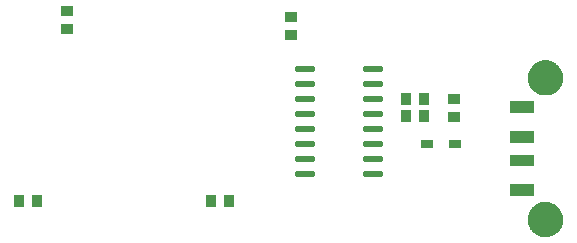
<source format=gtp>
G04 Layer: TopPasteMaskLayer*
G04 EasyEDA v6.5.42, 2024-06-30 20:06:19*
G04 5c971d247c204a0cbf4ce5a758ce79e0,41c0ee39f02341fa96e3cac8100f2332,10*
G04 Gerber Generator version 0.2*
G04 Scale: 100 percent, Rotated: No, Reflected: No *
G04 Dimensions in millimeters *
G04 leading zeros omitted , absolute positions ,4 integer and 5 decimal *
%FSLAX45Y45*%
%MOMM*%

%ADD10R,1.0160X0.9144*%
%ADD11R,0.9144X1.0160*%
%ADD12R,1.0000X0.7500*%
%ADD13O,1.7450054X0.5599938*%

%LPD*%
G36*
X7699400Y4264812D02*
G01*
X7699400Y4164787D01*
X7899400Y4164787D01*
X7899400Y4264812D01*
G37*
G36*
X7699400Y4514799D02*
G01*
X7699400Y4414824D01*
X7899400Y4414824D01*
X7899400Y4514799D01*
G37*
G36*
X7699400Y3814826D02*
G01*
X7699400Y3714800D01*
X7899400Y3714800D01*
X7899400Y3814826D01*
G37*
G36*
X7699400Y4064812D02*
G01*
X7699400Y3964787D01*
X7899400Y3964787D01*
X7899400Y4064812D01*
G37*
G36*
X7999374Y3664813D02*
G01*
X7989316Y3664458D01*
X7979257Y3663442D01*
X7969300Y3661765D01*
X7957007Y3658717D01*
X7947456Y3655517D01*
X7938058Y3651707D01*
X7933486Y3649573D01*
X7926781Y3646068D01*
X7920228Y3642207D01*
X7911846Y3636619D01*
X7901889Y3628796D01*
X7894472Y3621989D01*
X7889189Y3616553D01*
X7885836Y3612794D01*
X7877962Y3602888D01*
X7872323Y3594506D01*
X7867243Y3585768D01*
X7862773Y3576675D01*
X7860741Y3572052D01*
X7856423Y3560165D01*
X7853121Y3548024D01*
X7851648Y3540556D01*
X7849971Y3528060D01*
X7849616Y3523030D01*
X7849412Y3512921D01*
X7849870Y3502812D01*
X7851038Y3492754D01*
X7852308Y3485286D01*
X7854645Y3475482D01*
X7856829Y3468217D01*
X7861249Y3456381D01*
X7865465Y3447186D01*
X7870342Y3438347D01*
X7875778Y3429812D01*
X7881772Y3421684D01*
X7884972Y3417773D01*
X7893558Y3408527D01*
X7899044Y3403295D01*
X7906816Y3396792D01*
X7917027Y3389426D01*
X7925663Y3384143D01*
X7932369Y3380587D01*
X7939227Y3377387D01*
X7946237Y3374542D01*
X7953400Y3372002D01*
X7963103Y3369259D01*
X7973009Y3367125D01*
X7985506Y3365449D01*
X7990535Y3365042D01*
X7998155Y3364788D01*
X8008213Y3365042D01*
X8020812Y3366312D01*
X8033207Y3368649D01*
X8042960Y3371291D01*
X8047786Y3372815D01*
X8059572Y3377387D01*
X8066430Y3380587D01*
X8073136Y3384143D01*
X8081772Y3389426D01*
X8091982Y3396792D01*
X8099755Y3403295D01*
X8108746Y3412134D01*
X8113826Y3417773D01*
X8120075Y3425698D01*
X8125815Y3434029D01*
X8130946Y3442715D01*
X8136534Y3454044D01*
X8140344Y3463442D01*
X8142731Y3470605D01*
X8144814Y3477920D01*
X8146948Y3487775D01*
X8148116Y3495294D01*
X8149081Y3505352D01*
X8149336Y3510381D01*
X8149386Y3517950D01*
X8149031Y3525520D01*
X8147964Y3535578D01*
X8146237Y3545535D01*
X8145119Y3550462D01*
X8141563Y3562604D01*
X8139887Y3567379D01*
X8134959Y3579012D01*
X8130336Y3587953D01*
X8125104Y3596640D01*
X8119313Y3604920D01*
X8114639Y3610864D01*
X8106156Y3620211D01*
X8096910Y3628796D01*
X8086953Y3636619D01*
X8078571Y3642207D01*
X8072018Y3646068D01*
X8065312Y3649573D01*
X8058403Y3652723D01*
X8049006Y3656380D01*
X8036915Y3660038D01*
X8027009Y3662222D01*
X8017052Y3663746D01*
X8006994Y3664610D01*
G37*
G36*
X7999374Y4864811D02*
G01*
X7989316Y4864455D01*
X7979257Y4863439D01*
X7969300Y4861763D01*
X7959445Y4859375D01*
X7949793Y4856378D01*
X7940395Y4852720D01*
X7933486Y4849571D01*
X7926781Y4846066D01*
X7920228Y4842205D01*
X7911846Y4836617D01*
X7901889Y4828794D01*
X7894472Y4821986D01*
X7889189Y4816551D01*
X7881010Y4806899D01*
X7875066Y4798720D01*
X7869732Y4790186D01*
X7864906Y4781245D01*
X7861757Y4774387D01*
X7858912Y4767376D01*
X7856423Y4760214D01*
X7853680Y4750460D01*
X7852562Y4745532D01*
X7850835Y4735576D01*
X7849768Y4725517D01*
X7849412Y4717948D01*
X7849463Y4710379D01*
X7850124Y4700270D01*
X7851394Y4690262D01*
X7853984Y4677918D01*
X7856067Y4670602D01*
X7858455Y4663440D01*
X7862265Y4654042D01*
X7866634Y4644948D01*
X7871663Y4636160D01*
X7877251Y4627778D01*
X7883347Y4619752D01*
X7891780Y4610303D01*
X7900974Y4601616D01*
X7908798Y4595266D01*
X7912862Y4592269D01*
X7923479Y4585411D01*
X7932369Y4580585D01*
X7939227Y4577384D01*
X7946237Y4574540D01*
X7953400Y4572000D01*
X7963103Y4569256D01*
X7973009Y4567123D01*
X7985506Y4565446D01*
X7990535Y4565040D01*
X7998155Y4564786D01*
X8008213Y4565040D01*
X8020812Y4566310D01*
X8033207Y4568647D01*
X8042960Y4571288D01*
X8047786Y4572812D01*
X8059572Y4577384D01*
X8066430Y4580585D01*
X8073136Y4584141D01*
X8081772Y4589424D01*
X8091982Y4596790D01*
X8099755Y4603292D01*
X8108746Y4612132D01*
X8113826Y4617770D01*
X8120075Y4625695D01*
X8125815Y4634026D01*
X8130946Y4642713D01*
X8136534Y4654042D01*
X8140344Y4663440D01*
X8142731Y4670602D01*
X8144814Y4677918D01*
X8146948Y4687773D01*
X8148116Y4695291D01*
X8149081Y4705350D01*
X8149336Y4710379D01*
X8149386Y4717948D01*
X8149031Y4725517D01*
X8147964Y4735576D01*
X8146237Y4745532D01*
X8145119Y4750460D01*
X8142376Y4760214D01*
X8139887Y4767376D01*
X8137042Y4774387D01*
X8133892Y4781245D01*
X8129066Y4790186D01*
X8123732Y4798720D01*
X8117789Y4806899D01*
X8109610Y4816551D01*
X8104327Y4821986D01*
X8100669Y4825441D01*
X8091017Y4833569D01*
X8086953Y4836617D01*
X8078571Y4842205D01*
X8072018Y4846066D01*
X8065312Y4849571D01*
X8058403Y4852720D01*
X8049006Y4856378D01*
X8039353Y4859375D01*
X8029498Y4861763D01*
X8019542Y4863439D01*
X8009483Y4864455D01*
G37*
D10*
G01*
X7226300Y4534154D03*
G01*
X7226300Y4381245D03*
D11*
G01*
X3543045Y3670300D03*
G01*
X3695954Y3670300D03*
G01*
X5168645Y3670300D03*
G01*
X5321554Y3670300D03*
D10*
G01*
X3949700Y5283454D03*
G01*
X3949700Y5130545D03*
G01*
X5842000Y5232654D03*
G01*
X5842000Y5079745D03*
D11*
G01*
X6972554Y4533900D03*
G01*
X6819645Y4533900D03*
G01*
X6972554Y4394200D03*
G01*
X6819645Y4394200D03*
D12*
G01*
X7229246Y4152900D03*
G01*
X6994753Y4152900D03*
D13*
G01*
X5961151Y4787900D03*
G01*
X5961151Y4660900D03*
G01*
X5961151Y4533900D03*
G01*
X5961151Y4406900D03*
G01*
X5961151Y4279900D03*
G01*
X5961151Y4152900D03*
G01*
X5961151Y4025900D03*
G01*
X5961151Y3898900D03*
G01*
X6535648Y4787900D03*
G01*
X6535648Y4660900D03*
G01*
X6535648Y4533900D03*
G01*
X6535648Y4406900D03*
G01*
X6535648Y4279900D03*
G01*
X6535648Y4152900D03*
G01*
X6535648Y4025900D03*
G01*
X6535648Y3898900D03*
M02*

</source>
